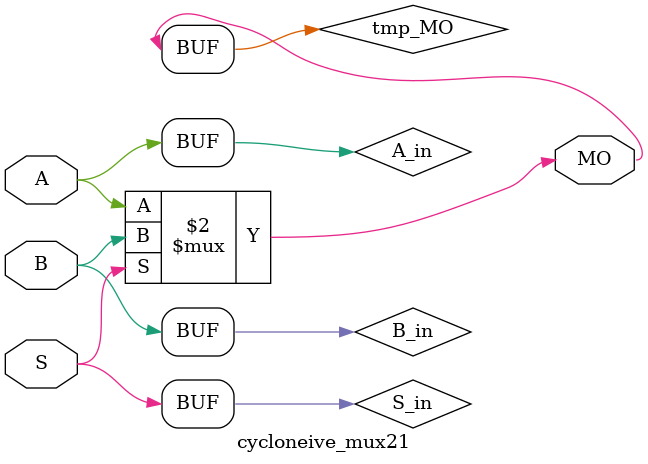
<source format=v>
module cycloneive_mux21 (MO, A, B, S);
   input A, B, S;
   output MO;
   wire A_in;
   wire B_in;
   wire S_in;
   buf(A_in, A);
   buf(B_in, B);
   buf(S_in, S);
   wire   tmp_MO;
   specify
      (A => MO) = (0, 0);
      (B => MO) = (0, 0);
      (S => MO) = (0, 0);
   endspecify
   assign tmp_MO = (S_in == 1) ? B_in : A_in;
   buf (MO, tmp_MO);
endmodule
</source>
